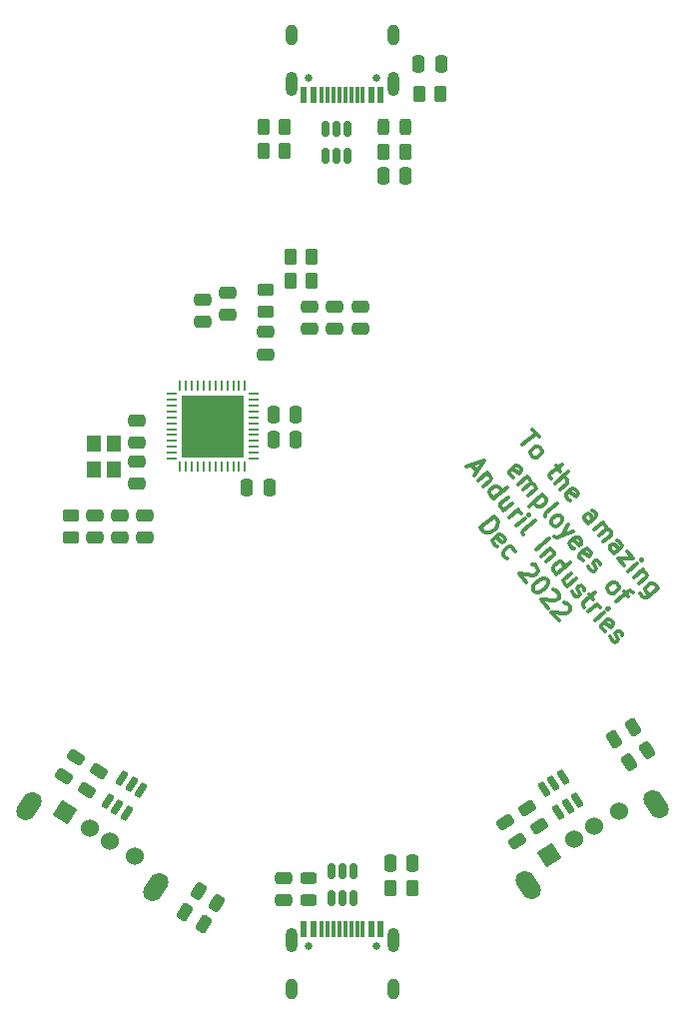
<source format=gbr>
%TF.GenerationSoftware,KiCad,Pcbnew,(6.0.8)*%
%TF.CreationDate,2022-12-20T01:42:36-08:00*%
%TF.ProjectId,Anduril USB Hub,416e6475-7269-46c2-9055-534220487562,rev?*%
%TF.SameCoordinates,Original*%
%TF.FileFunction,Soldermask,Top*%
%TF.FilePolarity,Negative*%
%FSLAX46Y46*%
G04 Gerber Fmt 4.6, Leading zero omitted, Abs format (unit mm)*
G04 Created by KiCad (PCBNEW (6.0.8)) date 2022-12-20 01:42:36*
%MOMM*%
%LPD*%
G01*
G04 APERTURE LIST*
G04 Aperture macros list*
%AMRoundRect*
0 Rectangle with rounded corners*
0 $1 Rounding radius*
0 $2 $3 $4 $5 $6 $7 $8 $9 X,Y pos of 4 corners*
0 Add a 4 corners polygon primitive as box body*
4,1,4,$2,$3,$4,$5,$6,$7,$8,$9,$2,$3,0*
0 Add four circle primitives for the rounded corners*
1,1,$1+$1,$2,$3*
1,1,$1+$1,$4,$5*
1,1,$1+$1,$6,$7*
1,1,$1+$1,$8,$9*
0 Add four rect primitives between the rounded corners*
20,1,$1+$1,$2,$3,$4,$5,0*
20,1,$1+$1,$4,$5,$6,$7,0*
20,1,$1+$1,$6,$7,$8,$9,0*
20,1,$1+$1,$8,$9,$2,$3,0*%
%AMHorizOval*
0 Thick line with rounded ends*
0 $1 width*
0 $2 $3 position (X,Y) of the first rounded end (center of the circle)*
0 $4 $5 position (X,Y) of the second rounded end (center of the circle)*
0 Add line between two ends*
20,1,$1,$2,$3,$4,$5,0*
0 Add two circle primitives to create the rounded ends*
1,1,$1,$2,$3*
1,1,$1,$4,$5*%
%AMRotRect*
0 Rectangle, with rotation*
0 The origin of the aperture is its center*
0 $1 length*
0 $2 width*
0 $3 Rotation angle, in degrees counterclockwise*
0 Add horizontal line*
21,1,$1,$2,0,0,$3*%
G04 Aperture macros list end*
%ADD10C,0.300000*%
%ADD11RoundRect,0.150000X-0.150000X0.512500X-0.150000X-0.512500X0.150000X-0.512500X0.150000X0.512500X0*%
%ADD12RoundRect,0.250000X0.020395X-0.520567X0.463175X-0.238485X-0.020395X0.520567X-0.463175X0.238485X0*%
%ADD13RoundRect,0.250000X-0.262500X-0.450000X0.262500X-0.450000X0.262500X0.450000X-0.262500X0.450000X0*%
%ADD14RoundRect,0.250000X-0.463175X-0.238485X-0.020395X-0.520567X0.463175X0.238485X0.020395X0.520567X0*%
%ADD15RoundRect,0.250000X0.044369X-0.534936X0.466065X-0.266286X-0.044369X0.534936X-0.466065X0.266286X0*%
%ADD16RoundRect,0.250000X-0.250000X-0.475000X0.250000X-0.475000X0.250000X0.475000X-0.250000X0.475000X0*%
%ADD17RoundRect,0.250000X-0.466065X-0.266286X-0.044369X-0.534936X0.466065X0.266286X0.044369X0.534936X0*%
%ADD18RoundRect,0.250000X-0.534936X-0.044369X-0.266286X-0.466065X0.534936X0.044369X0.266286X0.466065X0*%
%ADD19RotRect,1.524000X1.524000X32.500000*%
%ADD20C,1.524000*%
%ADD21HorizOval,1.600000X-0.268650X0.421696X0.268650X-0.421696X0*%
%ADD22RoundRect,0.250000X-0.475000X0.250000X-0.475000X-0.250000X0.475000X-0.250000X0.475000X0.250000X0*%
%ADD23RoundRect,0.150000X0.401875X-0.351643X-0.148857X0.512833X-0.401875X0.351643X0.148857X-0.512833X0*%
%ADD24RoundRect,0.243750X0.456250X-0.243750X0.456250X0.243750X-0.456250X0.243750X-0.456250X-0.243750X0*%
%ADD25RoundRect,0.250000X0.262500X0.450000X-0.262500X0.450000X-0.262500X-0.450000X0.262500X-0.450000X0*%
%ADD26RoundRect,0.250000X-0.450000X0.262500X-0.450000X-0.262500X0.450000X-0.262500X0.450000X0.262500X0*%
%ADD27RoundRect,0.250000X0.475000X-0.250000X0.475000X0.250000X-0.475000X0.250000X-0.475000X-0.250000X0*%
%ADD28RoundRect,0.150000X0.150000X-0.512500X0.150000X0.512500X-0.150000X0.512500X-0.150000X-0.512500X0*%
%ADD29RoundRect,0.243750X0.253831X-0.450720X0.515764X-0.039566X-0.253831X0.450720X-0.515764X0.039566X0*%
%ADD30C,0.650000*%
%ADD31R,0.600000X1.450000*%
%ADD32R,0.300000X1.450000*%
%ADD33O,1.000000X2.100000*%
%ADD34O,1.000000X1.800000*%
%ADD35RoundRect,0.062500X0.062500X-0.337500X0.062500X0.337500X-0.062500X0.337500X-0.062500X-0.337500X0*%
%ADD36RoundRect,0.062500X0.337500X-0.062500X0.337500X0.062500X-0.337500X0.062500X-0.337500X-0.062500X0*%
%ADD37R,5.300000X5.300000*%
%ADD38RotRect,1.524000X1.524000X327.500000*%
%ADD39HorizOval,1.600000X-0.268650X-0.421696X0.268650X0.421696X0*%
%ADD40RoundRect,0.243750X-0.243750X-0.456250X0.243750X-0.456250X0.243750X0.456250X-0.243750X0.456250X0*%
%ADD41R,1.200000X1.400000*%
%ADD42RoundRect,0.250000X-0.266286X0.466065X-0.534936X0.044369X0.266286X-0.466065X0.534936X-0.044369X0*%
%ADD43RoundRect,0.150000X-0.148857X-0.512833X0.401875X0.351643X0.148857X0.512833X-0.401875X-0.351643X0*%
%ADD44RoundRect,0.243750X0.515764X0.039566X0.253831X0.450720X-0.515764X-0.039566X-0.253831X-0.450720X0*%
G04 APERTURE END LIST*
D10*
X128525768Y-66020326D02*
X129076729Y-66676935D01*
X127652182Y-67312812D02*
X128801249Y-66348631D01*
X128386796Y-68188292D02*
X128349687Y-68032943D01*
X128358491Y-67932312D01*
X128422012Y-67785768D01*
X128750317Y-67510288D01*
X128905666Y-67473178D01*
X129006296Y-67481982D01*
X129152841Y-67545504D01*
X129290581Y-67709656D01*
X129327690Y-67865005D01*
X129318886Y-67965635D01*
X129255365Y-68112180D01*
X128927060Y-68387660D01*
X128771712Y-68424769D01*
X128671081Y-68415965D01*
X128524536Y-68352444D01*
X128386796Y-68188292D01*
X130484329Y-69132310D02*
X130851637Y-69570050D01*
X131005092Y-68975069D02*
X130020177Y-69801510D01*
X129956656Y-69948054D01*
X129993765Y-70103403D01*
X130085592Y-70212838D01*
X130406986Y-70595860D02*
X131556053Y-69631678D01*
X130820206Y-71088317D02*
X131422099Y-70583269D01*
X131485620Y-70436725D01*
X131448511Y-70281377D01*
X131310771Y-70117225D01*
X131164226Y-70053703D01*
X131063595Y-70044899D01*
X131701365Y-72027318D02*
X131554821Y-71963796D01*
X131371167Y-71744926D01*
X131334058Y-71589578D01*
X131397579Y-71443034D01*
X131835319Y-71075727D01*
X131990667Y-71038617D01*
X132137212Y-71102139D01*
X132320865Y-71321009D01*
X132357975Y-71476357D01*
X132294453Y-71622901D01*
X132185018Y-71714728D01*
X131616449Y-71259380D01*
X133253617Y-73988342D02*
X133855509Y-73483295D01*
X133919030Y-73336751D01*
X133881921Y-73181402D01*
X133698267Y-72962532D01*
X133551723Y-72899011D01*
X133308334Y-73942429D02*
X133161790Y-73878907D01*
X132932223Y-73605320D01*
X132895114Y-73449972D01*
X132958635Y-73303427D01*
X133068070Y-73211601D01*
X133223418Y-73174491D01*
X133369963Y-73238013D01*
X133599530Y-73511600D01*
X133746074Y-73575122D01*
X133712751Y-74535517D02*
X134478795Y-73892729D01*
X134369360Y-73984556D02*
X134469991Y-73993360D01*
X134616535Y-74056882D01*
X134754276Y-74221034D01*
X134791385Y-74376382D01*
X134727863Y-74522927D01*
X134125971Y-75027974D01*
X134727863Y-74522927D02*
X134883212Y-74485817D01*
X135029756Y-74549339D01*
X135167496Y-74713491D01*
X135204606Y-74868840D01*
X135141084Y-75015384D01*
X134539192Y-75520431D01*
X135411547Y-76560063D02*
X136013439Y-76055016D01*
X136076960Y-75908471D01*
X136039851Y-75753123D01*
X135856197Y-75534253D01*
X135709653Y-75470732D01*
X135466264Y-76514150D02*
X135319720Y-76450628D01*
X135090153Y-76177041D01*
X135053043Y-76021692D01*
X135116565Y-75875148D01*
X135226000Y-75783321D01*
X135381348Y-75746212D01*
X135527892Y-75809734D01*
X135757459Y-76083321D01*
X135904004Y-76146842D01*
X136544898Y-76355015D02*
X137049946Y-76956907D01*
X135778854Y-76997803D01*
X136283901Y-77599695D01*
X136651208Y-78037434D02*
X137417253Y-77394647D01*
X137800275Y-77073253D02*
X137699644Y-77064449D01*
X137690840Y-77165080D01*
X137791471Y-77173884D01*
X137800275Y-77073253D01*
X137690840Y-77165080D01*
X137876387Y-77941821D02*
X137110342Y-78584609D01*
X137766952Y-78033648D02*
X137867583Y-78042452D01*
X138014127Y-78105974D01*
X138151867Y-78270126D01*
X138188977Y-78425474D01*
X138125455Y-78572019D01*
X137523563Y-79077066D01*
X139161962Y-79473910D02*
X138231765Y-80254438D01*
X138076417Y-80291547D01*
X137975786Y-80282743D01*
X137829242Y-80219222D01*
X137691502Y-80055069D01*
X137654392Y-79899721D01*
X138450635Y-80070784D02*
X138304091Y-80007263D01*
X138120437Y-79788393D01*
X138083328Y-79633045D01*
X138092132Y-79532414D01*
X138155653Y-79385870D01*
X138483958Y-79110389D01*
X138639307Y-79073280D01*
X138739937Y-79082084D01*
X138886482Y-79145605D01*
X139070135Y-79364475D01*
X139107245Y-79519824D01*
X126912911Y-70077732D02*
X126766366Y-70014211D01*
X126582713Y-69795341D01*
X126545603Y-69639993D01*
X126609125Y-69493448D01*
X127046865Y-69126141D01*
X127202213Y-69089032D01*
X127348757Y-69152553D01*
X127532411Y-69371423D01*
X127569520Y-69526772D01*
X127505999Y-69673316D01*
X127396564Y-69765143D01*
X126827995Y-69309795D01*
X127317327Y-70670820D02*
X128083372Y-70028033D01*
X127973937Y-70119860D02*
X128074567Y-70128664D01*
X128221112Y-70192185D01*
X128358852Y-70356337D01*
X128395961Y-70511686D01*
X128332440Y-70658230D01*
X127730548Y-71163277D01*
X128332440Y-70658230D02*
X128487788Y-70621121D01*
X128634332Y-70684642D01*
X128772073Y-70848795D01*
X128809182Y-71004143D01*
X128745660Y-71150687D01*
X128143768Y-71655735D01*
X129368947Y-71560122D02*
X128219880Y-72524303D01*
X129314229Y-71606035D02*
X129460774Y-71669557D01*
X129644427Y-71888426D01*
X129681536Y-72043775D01*
X129672732Y-72144406D01*
X129609211Y-72290950D01*
X129280906Y-72566430D01*
X129125558Y-72603540D01*
X129024927Y-72594736D01*
X128878383Y-72531214D01*
X128694729Y-72312344D01*
X128657620Y-72156996D01*
X129612997Y-73406693D02*
X129575888Y-73251345D01*
X129639409Y-73104801D01*
X130624324Y-72278360D01*
X130118045Y-74008585D02*
X130080935Y-73853237D01*
X130089739Y-73752606D01*
X130153261Y-73606062D01*
X130481566Y-73330582D01*
X130636914Y-73293472D01*
X130737545Y-73302276D01*
X130884089Y-73365798D01*
X131021829Y-73529950D01*
X131058938Y-73685299D01*
X131050134Y-73785929D01*
X130986613Y-73932474D01*
X130658308Y-74207954D01*
X130502960Y-74245063D01*
X130402329Y-74236259D01*
X130255785Y-74172738D01*
X130118045Y-74008585D01*
X131526877Y-74131842D02*
X130990399Y-75048217D01*
X131986011Y-74679017D02*
X130990399Y-75048217D01*
X130624985Y-75168349D01*
X130524354Y-75159545D01*
X130377810Y-75096024D01*
X132009298Y-76151370D02*
X131862754Y-76087849D01*
X131679100Y-75868979D01*
X131641991Y-75713631D01*
X131705512Y-75567086D01*
X132143252Y-75199779D01*
X132298600Y-75162670D01*
X132445145Y-75226191D01*
X132628798Y-75445061D01*
X132665908Y-75600410D01*
X132602386Y-75746954D01*
X132492951Y-75838781D01*
X131924382Y-75383433D01*
X132835739Y-77136285D02*
X132689195Y-77072763D01*
X132505541Y-76853893D01*
X132468432Y-76698545D01*
X132531954Y-76552001D01*
X132969693Y-76184694D01*
X133125042Y-76147584D01*
X133271586Y-76211106D01*
X133455239Y-76429976D01*
X133492349Y-76585324D01*
X133428827Y-76731868D01*
X133319392Y-76823695D01*
X132750823Y-76368347D01*
X133248960Y-77628742D02*
X133286069Y-77784090D01*
X133469723Y-78002960D01*
X133616267Y-78066482D01*
X133771615Y-78029372D01*
X133826333Y-77983459D01*
X133889854Y-77836915D01*
X133852745Y-77681566D01*
X133715005Y-77517414D01*
X133677895Y-77362066D01*
X133741417Y-77215521D01*
X133796134Y-77169608D01*
X133951483Y-77132498D01*
X134098027Y-77196020D01*
X134235767Y-77360172D01*
X134272877Y-77515521D01*
X134893038Y-79699201D02*
X134855929Y-79543853D01*
X134864733Y-79443222D01*
X134928254Y-79296678D01*
X135256559Y-79021197D01*
X135411908Y-78984088D01*
X135512538Y-78992892D01*
X135659083Y-79056414D01*
X135796823Y-79220566D01*
X135833932Y-79375914D01*
X135825128Y-79476545D01*
X135761607Y-79623089D01*
X135433302Y-79898570D01*
X135277954Y-79935679D01*
X135177323Y-79926875D01*
X135030778Y-79863354D01*
X134893038Y-79699201D01*
X136255957Y-79767741D02*
X136623264Y-80205480D01*
X135627653Y-80574681D02*
X136612567Y-79748239D01*
X136767915Y-79711130D01*
X136914459Y-79774652D01*
X137006286Y-79884087D01*
X123362225Y-69047647D02*
X123821359Y-69594821D01*
X122942093Y-69213692D02*
X124412554Y-68632533D01*
X123584881Y-69979736D01*
X124672319Y-69719971D02*
X123906274Y-70362759D01*
X124562884Y-69811798D02*
X124663515Y-69820602D01*
X124810059Y-69884123D01*
X124947799Y-70048276D01*
X124984909Y-70203624D01*
X124921387Y-70350168D01*
X124319495Y-70855216D01*
X125191850Y-71894848D02*
X126340916Y-70930666D01*
X125246567Y-71848934D02*
X125100023Y-71785413D01*
X124916369Y-71566543D01*
X124879260Y-71411194D01*
X124888064Y-71310564D01*
X124951586Y-71164019D01*
X125279890Y-70888539D01*
X125435239Y-70851430D01*
X125535869Y-70860234D01*
X125682414Y-70923755D01*
X125866067Y-71142625D01*
X125903177Y-71297973D01*
X126830249Y-72291692D02*
X126064204Y-72934479D01*
X126417028Y-71799235D02*
X125815136Y-72304282D01*
X125751615Y-72450826D01*
X125788724Y-72606175D01*
X125926464Y-72770327D01*
X126073008Y-72833848D01*
X126173639Y-72842653D01*
X126523338Y-73481654D02*
X127289383Y-72838866D01*
X127070513Y-73022520D02*
X127225861Y-72985411D01*
X127326492Y-72994215D01*
X127473036Y-73057736D01*
X127564863Y-73167171D01*
X127120212Y-74192981D02*
X127886257Y-73550193D01*
X128269279Y-73228799D02*
X128168648Y-73219995D01*
X128159844Y-73320626D01*
X128260475Y-73329430D01*
X128269279Y-73228799D01*
X128159844Y-73320626D01*
X127717087Y-74904308D02*
X127679977Y-74748960D01*
X127743499Y-74602415D01*
X128728413Y-73775974D01*
X128819008Y-76217527D02*
X129968075Y-75253346D01*
X130044187Y-76121914D02*
X129278142Y-76764702D01*
X129934752Y-76213741D02*
X130035383Y-76222545D01*
X130181927Y-76286066D01*
X130319667Y-76450219D01*
X130356777Y-76605567D01*
X130293255Y-76752111D01*
X129691363Y-77257159D01*
X130563718Y-78296790D02*
X131712784Y-77332609D01*
X130618435Y-78250877D02*
X130471891Y-78187356D01*
X130288237Y-77968486D01*
X130251128Y-77813137D01*
X130259932Y-77712506D01*
X130323453Y-77565962D01*
X130651758Y-77290482D01*
X130807106Y-77253372D01*
X130907737Y-77262177D01*
X131054282Y-77325698D01*
X131237935Y-77544568D01*
X131275045Y-77699916D01*
X132202117Y-78693635D02*
X131436072Y-79336422D01*
X131788896Y-78201177D02*
X131187004Y-78706225D01*
X131123482Y-78852769D01*
X131160592Y-79008117D01*
X131298332Y-79172270D01*
X131444876Y-79235791D01*
X131545507Y-79244595D01*
X131904010Y-79782966D02*
X131941120Y-79938314D01*
X132124773Y-80157184D01*
X132271317Y-80220706D01*
X132426666Y-80183596D01*
X132481383Y-80137683D01*
X132544905Y-79991139D01*
X132507795Y-79835790D01*
X132370055Y-79671638D01*
X132332946Y-79516290D01*
X132396467Y-79369745D01*
X132451185Y-79323832D01*
X132606533Y-79286723D01*
X132753077Y-79350244D01*
X132890818Y-79514396D01*
X132927927Y-79669745D01*
X133304038Y-80006854D02*
X133671345Y-80444593D01*
X133824801Y-79849612D02*
X132839886Y-80676053D01*
X132776365Y-80822598D01*
X132813474Y-80977946D01*
X132905301Y-81087381D01*
X133226695Y-81470403D02*
X133992739Y-80827616D01*
X133773869Y-81011269D02*
X133929218Y-80974160D01*
X134029849Y-80982964D01*
X134176393Y-81046485D01*
X134268220Y-81155920D01*
X133823569Y-82181730D02*
X134589613Y-81538942D01*
X134972636Y-81217549D02*
X134872005Y-81208745D01*
X134863201Y-81309375D01*
X134963832Y-81318180D01*
X134972636Y-81217549D01*
X134863201Y-81309375D01*
X134704728Y-83120731D02*
X134558183Y-83057209D01*
X134374530Y-82838340D01*
X134337420Y-82682991D01*
X134400942Y-82536447D01*
X134838682Y-82169140D01*
X134994030Y-82132030D01*
X135140574Y-82195552D01*
X135324228Y-82414422D01*
X135361337Y-82569770D01*
X135297816Y-82716314D01*
X135188381Y-82808141D01*
X134619812Y-82352793D01*
X135117948Y-83613188D02*
X135155058Y-83768536D01*
X135338711Y-83987406D01*
X135485255Y-84050928D01*
X135640604Y-84013818D01*
X135695321Y-83967905D01*
X135758843Y-83821361D01*
X135721733Y-83666012D01*
X135583993Y-83501860D01*
X135546884Y-83346512D01*
X135610405Y-83199968D01*
X135665123Y-83154054D01*
X135820471Y-83116945D01*
X135967015Y-83180466D01*
X136104756Y-83344619D01*
X136141865Y-83499967D01*
X124122380Y-74377376D02*
X125271447Y-73413195D01*
X125501014Y-73686782D01*
X125584037Y-73896848D01*
X125566429Y-74098110D01*
X125502907Y-74244654D01*
X125329951Y-74483025D01*
X125165798Y-74620765D01*
X124901015Y-74749701D01*
X124745667Y-74786811D01*
X124544405Y-74769203D01*
X124351947Y-74650964D01*
X124122380Y-74377376D01*
X125508587Y-75918269D02*
X125362042Y-75854748D01*
X125178389Y-75635878D01*
X125141279Y-75480530D01*
X125204801Y-75333985D01*
X125642541Y-74966678D01*
X125797889Y-74929569D01*
X125944433Y-74993090D01*
X126128087Y-75211960D01*
X126165196Y-75367309D01*
X126101675Y-75513853D01*
X125992240Y-75605680D01*
X125423671Y-75150332D01*
X126380941Y-76957901D02*
X126234397Y-76894380D01*
X126050743Y-76675510D01*
X126013634Y-76520161D01*
X126022438Y-76419531D01*
X126085960Y-76272986D01*
X126414264Y-75997506D01*
X126569613Y-75960397D01*
X126670243Y-75969201D01*
X126816788Y-76032722D01*
X127000441Y-76251592D01*
X127037551Y-76406940D01*
X128467777Y-77444679D02*
X128568408Y-77453483D01*
X128714952Y-77517005D01*
X128944519Y-77790592D01*
X128981629Y-77945940D01*
X128972824Y-78046571D01*
X128909303Y-78193115D01*
X128799868Y-78284942D01*
X128589802Y-78367965D01*
X127382232Y-78262316D01*
X127979106Y-78973643D01*
X129725047Y-78720789D02*
X129816874Y-78830224D01*
X129853983Y-78985572D01*
X129845179Y-79086203D01*
X129781658Y-79232747D01*
X129608701Y-79471118D01*
X129335114Y-79700685D01*
X129070331Y-79829621D01*
X128914982Y-79866731D01*
X128814351Y-79857926D01*
X128667807Y-79794405D01*
X128575980Y-79684970D01*
X128538871Y-79529622D01*
X128547675Y-79428991D01*
X128611197Y-79282447D01*
X128784153Y-79044076D01*
X129057740Y-78814509D01*
X129322524Y-78685572D01*
X129477872Y-78648463D01*
X129578503Y-78657267D01*
X129725047Y-78720789D01*
X130304313Y-79633377D02*
X130404944Y-79642181D01*
X130551488Y-79705703D01*
X130781055Y-79979290D01*
X130818165Y-80134639D01*
X130809361Y-80235269D01*
X130745839Y-80381814D01*
X130636404Y-80473640D01*
X130426338Y-80556663D01*
X129218768Y-80451014D01*
X129815642Y-81162341D01*
X131222581Y-80727727D02*
X131323212Y-80736531D01*
X131469756Y-80800052D01*
X131699323Y-81073639D01*
X131736433Y-81228988D01*
X131727629Y-81329619D01*
X131664107Y-81476163D01*
X131554672Y-81567990D01*
X131344606Y-81651012D01*
X130137036Y-81545364D01*
X130733910Y-82256691D01*
D11*
%TO.C,U1*%
X112850000Y-40562500D03*
X111900000Y-40562500D03*
X110950000Y-40562500D03*
X110950000Y-42837500D03*
X111900000Y-42837500D03*
X112850000Y-42837500D03*
%TD*%
D12*
%TO.C,R10*%
X136680405Y-94240286D03*
X138219595Y-93259714D03*
%TD*%
D13*
%TO.C,R9*%
X116487500Y-104950000D03*
X118312500Y-104950000D03*
%TD*%
D14*
%TO.C,R5*%
X100180405Y-105159714D03*
X101719595Y-106140286D03*
%TD*%
D13*
%TO.C,R4*%
X120712500Y-37600000D03*
X118887500Y-37600000D03*
%TD*%
D15*
%TO.C,C22*%
X135447556Y-92320870D03*
X137050000Y-91300000D03*
%TD*%
D16*
%TO.C,C8*%
X116450000Y-102750000D03*
X118350000Y-102750000D03*
%TD*%
D17*
%TO.C,C3*%
X100651222Y-107960435D03*
X99048778Y-106939565D03*
%TD*%
D16*
%TO.C,C1*%
X118850000Y-35100000D03*
X120750000Y-35100000D03*
%TD*%
D18*
%TO.C,C21*%
X126189565Y-99298778D03*
X127210435Y-100901222D03*
%TD*%
D19*
%TO.C,J4*%
X129968048Y-102118948D03*
D20*
X132076527Y-100775699D03*
X133763310Y-99701100D03*
X135871788Y-98357851D03*
D21*
X138962383Y-97811752D03*
X128166972Y-104689187D03*
%TD*%
D22*
%TO.C,C9*%
X95638342Y-73306379D03*
X95638342Y-75206379D03*
%TD*%
D23*
%TO.C,U5*%
X130709956Y-98469792D03*
X131511178Y-97959358D03*
X132312400Y-97448923D03*
X131090044Y-95530208D03*
X130288822Y-96040642D03*
X129487600Y-96551077D03*
%TD*%
D24*
%TO.C,F3*%
X109550000Y-105937500D03*
X109550000Y-104062500D03*
%TD*%
D25*
%TO.C,FB1*%
X117712500Y-42475000D03*
X115887500Y-42475000D03*
%TD*%
D13*
%TO.C,R1*%
X105687500Y-42400000D03*
X107512500Y-42400000D03*
%TD*%
D26*
%TO.C,R3*%
X89388342Y-73343879D03*
X89388342Y-75168879D03*
%TD*%
D27*
%TO.C,C17*%
X111738342Y-57506379D03*
X111738342Y-55606379D03*
%TD*%
D28*
%TO.C,U4*%
X111450000Y-105737500D03*
X112400000Y-105737500D03*
X113350000Y-105737500D03*
X113350000Y-103462500D03*
X112400000Y-103462500D03*
X111450000Y-103462500D03*
%TD*%
D29*
%TO.C,F2*%
X90696282Y-96590679D03*
X91703718Y-95009321D03*
%TD*%
D22*
%TO.C,C15*%
X91438342Y-73306379D03*
X91438342Y-75206379D03*
%TD*%
D30*
%TO.C,J3*%
X115278342Y-109806379D03*
X109498342Y-109806379D03*
D31*
X109138342Y-108361379D03*
X109938342Y-108361379D03*
D32*
X111138342Y-108361379D03*
X112138342Y-108361379D03*
X112638342Y-108361379D03*
X113638342Y-108361379D03*
D31*
X114838342Y-108361379D03*
X115638342Y-108361379D03*
X115638342Y-108361379D03*
X114838342Y-108361379D03*
D32*
X114138342Y-108361379D03*
X113138342Y-108361379D03*
X111638342Y-108361379D03*
X110638342Y-108361379D03*
D31*
X109938342Y-108361379D03*
X109138342Y-108361379D03*
D33*
X116708342Y-109276379D03*
X108068342Y-109276379D03*
D34*
X108068342Y-113456379D03*
X116708342Y-113456379D03*
%TD*%
D16*
%TO.C,C16*%
X104288342Y-70981379D03*
X106188342Y-70981379D03*
%TD*%
D35*
%TO.C,U2*%
X98638342Y-69206379D03*
X99138342Y-69206379D03*
X99638342Y-69206379D03*
X100138342Y-69206379D03*
X100638342Y-69206379D03*
X101138342Y-69206379D03*
X101638342Y-69206379D03*
X102138342Y-69206379D03*
X102638342Y-69206379D03*
X103138342Y-69206379D03*
X103638342Y-69206379D03*
X104138342Y-69206379D03*
D36*
X104838342Y-68506379D03*
X104838342Y-68006379D03*
X104838342Y-67506379D03*
X104838342Y-67006379D03*
X104838342Y-66506379D03*
X104838342Y-66006379D03*
X104838342Y-65506379D03*
X104838342Y-65006379D03*
X104838342Y-64506379D03*
X104838342Y-64006379D03*
X104838342Y-63506379D03*
X104838342Y-63006379D03*
D35*
X104138342Y-62306379D03*
X103638342Y-62306379D03*
X103138342Y-62306379D03*
X102638342Y-62306379D03*
X102138342Y-62306379D03*
X101638342Y-62306379D03*
X101138342Y-62306379D03*
X100638342Y-62306379D03*
X100138342Y-62306379D03*
X99638342Y-62306379D03*
X99138342Y-62306379D03*
X98638342Y-62306379D03*
D36*
X97938342Y-63006379D03*
X97938342Y-63506379D03*
X97938342Y-64006379D03*
X97938342Y-64506379D03*
X97938342Y-65006379D03*
X97938342Y-65506379D03*
X97938342Y-66006379D03*
X97938342Y-66506379D03*
X97938342Y-67006379D03*
X97938342Y-67506379D03*
X97938342Y-68006379D03*
X97938342Y-68506379D03*
D37*
X101388342Y-65756379D03*
%TD*%
D27*
%TO.C,C19*%
X100588342Y-56906379D03*
X100588342Y-55006379D03*
%TD*%
%TO.C,C12*%
X109588342Y-57506379D03*
X109588342Y-55606379D03*
%TD*%
%TO.C,C5*%
X94988342Y-67156379D03*
X94988342Y-65256379D03*
%TD*%
D16*
%TO.C,C18*%
X106538342Y-66906379D03*
X108438342Y-66906379D03*
%TD*%
D38*
%TO.C,J2*%
X88904897Y-98473916D03*
D20*
X91013376Y-99817165D03*
X92700159Y-100891764D03*
X94808637Y-102235013D03*
D39*
X85814302Y-97927817D03*
X96609713Y-104805252D03*
%TD*%
D22*
%TO.C,C6*%
X105888342Y-57756379D03*
X105888342Y-59656379D03*
%TD*%
D40*
%TO.C,F1*%
X115862500Y-40400000D03*
X117737500Y-40400000D03*
%TD*%
D30*
%TO.C,J1*%
X109498342Y-36256379D03*
X115278342Y-36256379D03*
D31*
X115638342Y-37701379D03*
X114838342Y-37701379D03*
D32*
X113638342Y-37701379D03*
X112638342Y-37701379D03*
X112138342Y-37701379D03*
X111138342Y-37701379D03*
D31*
X109938342Y-37701379D03*
X109138342Y-37701379D03*
X109138342Y-37701379D03*
X109938342Y-37701379D03*
D32*
X110638342Y-37701379D03*
X111638342Y-37701379D03*
X113138342Y-37701379D03*
X114138342Y-37701379D03*
D31*
X114838342Y-37701379D03*
X115638342Y-37701379D03*
D34*
X116708342Y-32606379D03*
D33*
X116708342Y-36786379D03*
X108068342Y-36786379D03*
D34*
X108068342Y-32606379D03*
%TD*%
D41*
%TO.C,Y1*%
X93013342Y-69456379D03*
X93013342Y-67256379D03*
X91313342Y-67256379D03*
X91313342Y-69456379D03*
%TD*%
D27*
%TO.C,C11*%
X102688342Y-56306379D03*
X102688342Y-54406379D03*
%TD*%
%TO.C,C20*%
X113888342Y-57506379D03*
X113888342Y-55606379D03*
%TD*%
D42*
%TO.C,C2*%
X89810435Y-93798778D03*
X88789565Y-95401222D03*
%TD*%
D13*
%TO.C,R6*%
X107975842Y-51406379D03*
X109800842Y-51406379D03*
%TD*%
D22*
%TO.C,C7*%
X107400000Y-104050000D03*
X107400000Y-105950000D03*
%TD*%
D43*
%TO.C,U3*%
X92487600Y-97548923D03*
X93288822Y-98059358D03*
X94090044Y-98569792D03*
X95312400Y-96651077D03*
X94511178Y-96140642D03*
X93709956Y-95630208D03*
%TD*%
D16*
%TO.C,C10*%
X115850000Y-44575000D03*
X117750000Y-44575000D03*
%TD*%
D22*
%TO.C,C13*%
X93538342Y-73306379D03*
X93538342Y-75206379D03*
%TD*%
D27*
%TO.C,C4*%
X94988342Y-70631379D03*
X94988342Y-68731379D03*
%TD*%
D26*
%TO.C,R8*%
X105888342Y-54193879D03*
X105888342Y-56018879D03*
%TD*%
D16*
%TO.C,C14*%
X106538342Y-64756379D03*
X108438342Y-64756379D03*
%TD*%
D25*
%TO.C,R2*%
X107512500Y-40400000D03*
X105687500Y-40400000D03*
%TD*%
D13*
%TO.C,R7*%
X107975842Y-53456379D03*
X109800842Y-53456379D03*
%TD*%
D44*
%TO.C,F4*%
X129103718Y-99690679D03*
X128096282Y-98109321D03*
%TD*%
M02*

</source>
